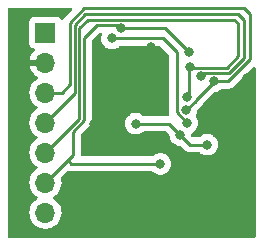
<source format=gbr>
%TF.GenerationSoftware,KiCad,Pcbnew,(6.0.6-0)*%
%TF.CreationDate,2022-08-17T23:57:47-07:00*%
%TF.ProjectId,invensense_icm,696e7665-6e73-4656-9e73-655f69636d2e,rev?*%
%TF.SameCoordinates,Original*%
%TF.FileFunction,Copper,L2,Bot*%
%TF.FilePolarity,Positive*%
%FSLAX46Y46*%
G04 Gerber Fmt 4.6, Leading zero omitted, Abs format (unit mm)*
G04 Created by KiCad (PCBNEW (6.0.6-0)) date 2022-08-17 23:57:47*
%MOMM*%
%LPD*%
G01*
G04 APERTURE LIST*
%TA.AperFunction,ComponentPad*%
%ADD10R,1.700000X1.700000*%
%TD*%
%TA.AperFunction,ComponentPad*%
%ADD11O,1.700000X1.700000*%
%TD*%
%TA.AperFunction,ViaPad*%
%ADD12C,0.800000*%
%TD*%
%TA.AperFunction,Conductor*%
%ADD13C,0.250000*%
%TD*%
G04 APERTURE END LIST*
D10*
%TO.P,J1,1,Pin_1*%
%TO.N,+3V3*%
X103200200Y-102625000D03*
D11*
%TO.P,J1,2,Pin_2*%
%TO.N,GND*%
X103200200Y-105165000D03*
%TO.P,J1,3,Pin_3*%
%TO.N,/SCL*%
X103200200Y-107705000D03*
%TO.P,J1,4,Pin_4*%
%TO.N,/SDA*%
X103200200Y-110245000D03*
%TO.P,J1,5,Pin_5*%
%TO.N,/SDO*%
X103200200Y-112785000D03*
%TO.P,J1,6,Pin_6*%
%TO.N,/~{CS}*%
X103200200Y-115325000D03*
%TO.P,J1,7,Pin_7*%
%TO.N,/INT*%
X103200200Y-117865000D03*
%TD*%
D12*
%TO.N,GND*%
X120243600Y-106476800D03*
X117500400Y-108813600D03*
X112826800Y-116433600D03*
X118414800Y-112115600D03*
X120243600Y-112877600D03*
X115620800Y-118059200D03*
X117348000Y-118059200D03*
X108356400Y-105359200D03*
X107340400Y-110337600D03*
X111353600Y-118770400D03*
X112141000Y-103886000D03*
%TO.N,+3V3*%
X114604800Y-111302800D03*
X116890800Y-112115600D03*
X110845600Y-110337600D03*
%TO.N,/~{CS}*%
X109601000Y-102223700D03*
X112928400Y-113741200D03*
X115355500Y-104267000D03*
%TO.N,/SCL*%
X117500400Y-106730800D03*
X115112800Y-109220000D03*
%TO.N,/SDA*%
X116332000Y-106299000D03*
%TO.N,/SDO*%
X115214400Y-108102400D03*
X115443000Y-105537000D03*
%TO.N,/INT*%
X108839000Y-103124000D03*
X115214400Y-110286800D03*
%TD*%
D13*
%TO.N,+3V3*%
X113639600Y-110337600D02*
X114604800Y-111302800D01*
X110845600Y-110337600D02*
X113639600Y-110337600D01*
X115417600Y-112115600D02*
X114604800Y-111302800D01*
X116890800Y-112115600D02*
X115417600Y-112115600D01*
%TO.N,/~{CS}*%
X113312200Y-102223700D02*
X115355500Y-104267000D01*
X109601000Y-102223700D02*
X113312200Y-102223700D01*
X107569000Y-101981000D02*
X106483000Y-103067000D01*
X106483000Y-103067000D02*
X106483000Y-110067886D01*
X106483000Y-110067886D02*
X105537000Y-111013886D01*
X105537000Y-112988200D02*
X105071600Y-113453600D01*
X105359200Y-113741200D02*
X105071600Y-113453600D01*
X105537000Y-111013886D02*
X105537000Y-112988200D01*
X109358300Y-101981000D02*
X107569000Y-101981000D01*
X109601000Y-102223700D02*
X109358300Y-101981000D01*
X103200200Y-115325000D02*
X105071600Y-113453600D01*
X112928400Y-113741200D02*
X105359200Y-113741200D01*
%TO.N,/SCL*%
X115112800Y-109220000D02*
X115122105Y-109220000D01*
X103200200Y-107705000D02*
X104588200Y-107705000D01*
X106476800Y-100584000D02*
X120015000Y-100584000D01*
X117500400Y-106781600D02*
X117500400Y-106730800D01*
X115122105Y-109220000D02*
X115939400Y-108402705D01*
X120523000Y-104902000D02*
X118694200Y-106730800D01*
X105283000Y-107010200D02*
X105283000Y-101777800D01*
X120015000Y-100584000D02*
X120523000Y-101092000D01*
X120523000Y-101092000D02*
X120523000Y-104902000D01*
X118694200Y-106730800D02*
X117500400Y-106730800D01*
X104588200Y-107705000D02*
X105283000Y-107010200D01*
X115939400Y-108342600D02*
X117500400Y-106781600D01*
X105283000Y-101777800D02*
X106476800Y-100584000D01*
X115939400Y-108402705D02*
X115939400Y-108342600D01*
%TO.N,/SDA*%
X105683000Y-107762200D02*
X103200200Y-110245000D01*
X119507000Y-101092000D02*
X106578400Y-101092000D01*
X116575200Y-106055800D02*
X118734200Y-106055800D01*
X120015000Y-101600000D02*
X119507000Y-101092000D01*
X116332000Y-106299000D02*
X116575200Y-106055800D01*
X106578400Y-101092000D02*
X105683000Y-101987400D01*
X120015000Y-104775000D02*
X120015000Y-101600000D01*
X105683000Y-101987400D02*
X105683000Y-107762200D01*
X118734200Y-106055800D02*
X120015000Y-104775000D01*
%TO.N,/SDO*%
X106781600Y-101549200D02*
X106083000Y-102247800D01*
X115443000Y-105537000D02*
X115316000Y-105664000D01*
X115519200Y-105613200D02*
X118541800Y-105613200D01*
X119202200Y-101549200D02*
X106781600Y-101549200D01*
X115443000Y-105537000D02*
X115519200Y-105613200D01*
X119507000Y-104648000D02*
X119507000Y-101854000D01*
X118541800Y-105613200D02*
X119507000Y-104648000D01*
X115316000Y-105664000D02*
X115316000Y-108000800D01*
X119507000Y-101854000D02*
X119202200Y-101549200D01*
X115316000Y-108000800D02*
X115214400Y-108102400D01*
X106083000Y-109902200D02*
X103200200Y-112785000D01*
X106083000Y-102247800D02*
X106083000Y-109902200D01*
%TO.N,/INT*%
X108839000Y-103124000D02*
X113157000Y-103124000D01*
X114300000Y-104267000D02*
X114300000Y-109372400D01*
X113157000Y-103124000D02*
X114300000Y-104267000D01*
X114300000Y-109372400D02*
X115214400Y-110286800D01*
%TD*%
%TA.AperFunction,Conductor*%
%TO.N,GND*%
G36*
X105420326Y-100528502D02*
G01*
X105466819Y-100582158D01*
X105476923Y-100652432D01*
X105447429Y-100717012D01*
X105441300Y-100723596D01*
X104890742Y-101274153D01*
X104882463Y-101281687D01*
X104875982Y-101285800D01*
X104839749Y-101324385D01*
X104829357Y-101335451D01*
X104826602Y-101338293D01*
X104806865Y-101358030D01*
X104804385Y-101361227D01*
X104796682Y-101370247D01*
X104766414Y-101402479D01*
X104762595Y-101409425D01*
X104762593Y-101409428D01*
X104756652Y-101420234D01*
X104745801Y-101436753D01*
X104733386Y-101452759D01*
X104730241Y-101460028D01*
X104730238Y-101460032D01*
X104715826Y-101493337D01*
X104710605Y-101503995D01*
X104708228Y-101508319D01*
X104657884Y-101558379D01*
X104588467Y-101573274D01*
X104522018Y-101548275D01*
X104496986Y-101523186D01*
X104418842Y-101418919D01*
X104413461Y-101411739D01*
X104296905Y-101324385D01*
X104160516Y-101273255D01*
X104098334Y-101266500D01*
X102302066Y-101266500D01*
X102239884Y-101273255D01*
X102103495Y-101324385D01*
X101986939Y-101411739D01*
X101899585Y-101528295D01*
X101848455Y-101664684D01*
X101841700Y-101726866D01*
X101841700Y-103523134D01*
X101848455Y-103585316D01*
X101899585Y-103721705D01*
X101986939Y-103838261D01*
X102103495Y-103925615D01*
X102111904Y-103928767D01*
X102111905Y-103928768D01*
X102221160Y-103969726D01*
X102277925Y-104012367D01*
X102302625Y-104078929D01*
X102287418Y-104148278D01*
X102268025Y-104174759D01*
X102144790Y-104303717D01*
X102138304Y-104311727D01*
X102018298Y-104487649D01*
X102013200Y-104496623D01*
X101923538Y-104689783D01*
X101919975Y-104699470D01*
X101864589Y-104899183D01*
X101866112Y-104907607D01*
X101878492Y-104911000D01*
X103328200Y-104911000D01*
X103396321Y-104931002D01*
X103442814Y-104984658D01*
X103454200Y-105037000D01*
X103454200Y-105293000D01*
X103434198Y-105361121D01*
X103380542Y-105407614D01*
X103328200Y-105419000D01*
X101883425Y-105419000D01*
X101869894Y-105422973D01*
X101868457Y-105432966D01*
X101898765Y-105567446D01*
X101901845Y-105577275D01*
X101981970Y-105774603D01*
X101986613Y-105783794D01*
X102097894Y-105965388D01*
X102103977Y-105973699D01*
X102243413Y-106134667D01*
X102250780Y-106141883D01*
X102414634Y-106277916D01*
X102423081Y-106283831D01*
X102492169Y-106324203D01*
X102540893Y-106375842D01*
X102553964Y-106445625D01*
X102527233Y-106511396D01*
X102486784Y-106544752D01*
X102473807Y-106551507D01*
X102469674Y-106554610D01*
X102469671Y-106554612D01*
X102445447Y-106572800D01*
X102295165Y-106685635D01*
X102140829Y-106847138D01*
X102014943Y-107031680D01*
X102012764Y-107036375D01*
X101936380Y-107200931D01*
X101920888Y-107234305D01*
X101861189Y-107449570D01*
X101837451Y-107671695D01*
X101850310Y-107894715D01*
X101851447Y-107899761D01*
X101851448Y-107899767D01*
X101875504Y-108006508D01*
X101899422Y-108112639D01*
X101983466Y-108319616D01*
X102100187Y-108510088D01*
X102246450Y-108678938D01*
X102418326Y-108821632D01*
X102424564Y-108825277D01*
X102491645Y-108864476D01*
X102540369Y-108916114D01*
X102553440Y-108985897D01*
X102526709Y-109051669D01*
X102486255Y-109085027D01*
X102473807Y-109091507D01*
X102469674Y-109094610D01*
X102469671Y-109094612D01*
X102312667Y-109212494D01*
X102295165Y-109225635D01*
X102140829Y-109387138D01*
X102137915Y-109391410D01*
X102137914Y-109391411D01*
X102088145Y-109464370D01*
X102014943Y-109571680D01*
X101976335Y-109654855D01*
X101955062Y-109700684D01*
X101920888Y-109774305D01*
X101861189Y-109989570D01*
X101837451Y-110211695D01*
X101837748Y-110216848D01*
X101837748Y-110216851D01*
X101848823Y-110408933D01*
X101850310Y-110434715D01*
X101851447Y-110439761D01*
X101851448Y-110439767D01*
X101871227Y-110527528D01*
X101899422Y-110652639D01*
X101983466Y-110859616D01*
X102035142Y-110943944D01*
X102081961Y-111020345D01*
X102100187Y-111050088D01*
X102246450Y-111218938D01*
X102418326Y-111361632D01*
X102488795Y-111402811D01*
X102491645Y-111404476D01*
X102540369Y-111456114D01*
X102553440Y-111525897D01*
X102526709Y-111591669D01*
X102486255Y-111625027D01*
X102473807Y-111631507D01*
X102469674Y-111634610D01*
X102469671Y-111634612D01*
X102299300Y-111762530D01*
X102295165Y-111765635D01*
X102140829Y-111927138D01*
X102137915Y-111931410D01*
X102137914Y-111931411D01*
X102100984Y-111985549D01*
X102014943Y-112111680D01*
X102012764Y-112116375D01*
X101928009Y-112298965D01*
X101920888Y-112314305D01*
X101861189Y-112529570D01*
X101837451Y-112751695D01*
X101837748Y-112756848D01*
X101837748Y-112756851D01*
X101843211Y-112851590D01*
X101850310Y-112974715D01*
X101851447Y-112979761D01*
X101851448Y-112979767D01*
X101863680Y-113034042D01*
X101899422Y-113192639D01*
X101983466Y-113399616D01*
X101986165Y-113404020D01*
X102076401Y-113551272D01*
X102100187Y-113590088D01*
X102246450Y-113758938D01*
X102418326Y-113901632D01*
X102468803Y-113931128D01*
X102491645Y-113944476D01*
X102540369Y-113996114D01*
X102553440Y-114065897D01*
X102526709Y-114131669D01*
X102486255Y-114165027D01*
X102473807Y-114171507D01*
X102469674Y-114174610D01*
X102469671Y-114174612D01*
X102299300Y-114302530D01*
X102295165Y-114305635D01*
X102256236Y-114346372D01*
X102210051Y-114394702D01*
X102140829Y-114467138D01*
X102014943Y-114651680D01*
X101920888Y-114854305D01*
X101861189Y-115069570D01*
X101837451Y-115291695D01*
X101837748Y-115296848D01*
X101837748Y-115296851D01*
X101843211Y-115391590D01*
X101850310Y-115514715D01*
X101851447Y-115519761D01*
X101851448Y-115519767D01*
X101871319Y-115607939D01*
X101899422Y-115732639D01*
X101983466Y-115939616D01*
X102100187Y-116130088D01*
X102246450Y-116298938D01*
X102418326Y-116441632D01*
X102488795Y-116482811D01*
X102491645Y-116484476D01*
X102540369Y-116536114D01*
X102553440Y-116605897D01*
X102526709Y-116671669D01*
X102486255Y-116705027D01*
X102473807Y-116711507D01*
X102469674Y-116714610D01*
X102469671Y-116714612D01*
X102445447Y-116732800D01*
X102295165Y-116845635D01*
X102140829Y-117007138D01*
X102014943Y-117191680D01*
X101920888Y-117394305D01*
X101861189Y-117609570D01*
X101837451Y-117831695D01*
X101837748Y-117836848D01*
X101837748Y-117836851D01*
X101843211Y-117931590D01*
X101850310Y-118054715D01*
X101851447Y-118059761D01*
X101851448Y-118059767D01*
X101871319Y-118147939D01*
X101899422Y-118272639D01*
X101983466Y-118479616D01*
X102100187Y-118670088D01*
X102246450Y-118838938D01*
X102418326Y-118981632D01*
X102611200Y-119094338D01*
X102819892Y-119174030D01*
X102824960Y-119175061D01*
X102824963Y-119175062D01*
X102932217Y-119196883D01*
X103038797Y-119218567D01*
X103043972Y-119218757D01*
X103043974Y-119218757D01*
X103256873Y-119226564D01*
X103256877Y-119226564D01*
X103262037Y-119226753D01*
X103267157Y-119226097D01*
X103267159Y-119226097D01*
X103478488Y-119199025D01*
X103478489Y-119199025D01*
X103483616Y-119198368D01*
X103488566Y-119196883D01*
X103692629Y-119135661D01*
X103692634Y-119135659D01*
X103697584Y-119134174D01*
X103898194Y-119035896D01*
X104080060Y-118906173D01*
X104238296Y-118748489D01*
X104297794Y-118665689D01*
X104365635Y-118571277D01*
X104368653Y-118567077D01*
X104467630Y-118366811D01*
X104532570Y-118153069D01*
X104561729Y-117931590D01*
X104563356Y-117865000D01*
X104545052Y-117642361D01*
X104490631Y-117425702D01*
X104401554Y-117220840D01*
X104280214Y-117033277D01*
X104129870Y-116868051D01*
X104125819Y-116864852D01*
X104125815Y-116864848D01*
X103958614Y-116732800D01*
X103958610Y-116732798D01*
X103954559Y-116729598D01*
X103913253Y-116706796D01*
X103863284Y-116656364D01*
X103848512Y-116586921D01*
X103873628Y-116520516D01*
X103900980Y-116493909D01*
X103944803Y-116462650D01*
X104080060Y-116366173D01*
X104238296Y-116208489D01*
X104297794Y-116125689D01*
X104365635Y-116031277D01*
X104368653Y-116027077D01*
X104467630Y-115826811D01*
X104532570Y-115613069D01*
X104561729Y-115391590D01*
X104563356Y-115325000D01*
X104545052Y-115102361D01*
X104517021Y-114990765D01*
X104519825Y-114919823D01*
X104550130Y-114870974D01*
X105040706Y-114380398D01*
X105103018Y-114346372D01*
X105165184Y-114352421D01*
X105166171Y-114349022D01*
X105173781Y-114351233D01*
X105181055Y-114354381D01*
X105188878Y-114355620D01*
X105188888Y-114355623D01*
X105224724Y-114361299D01*
X105236344Y-114363705D01*
X105271489Y-114372728D01*
X105279170Y-114374700D01*
X105299424Y-114374700D01*
X105319134Y-114376251D01*
X105339143Y-114379420D01*
X105347035Y-114378674D01*
X105383161Y-114375259D01*
X105395019Y-114374700D01*
X112220200Y-114374700D01*
X112288321Y-114394702D01*
X112307547Y-114411043D01*
X112307820Y-114410740D01*
X112312732Y-114415163D01*
X112317147Y-114420066D01*
X112471648Y-114532318D01*
X112477676Y-114535002D01*
X112477678Y-114535003D01*
X112640081Y-114607309D01*
X112646112Y-114609994D01*
X112739512Y-114629847D01*
X112826456Y-114648328D01*
X112826461Y-114648328D01*
X112832913Y-114649700D01*
X113023887Y-114649700D01*
X113030339Y-114648328D01*
X113030344Y-114648328D01*
X113117288Y-114629847D01*
X113210688Y-114609994D01*
X113216719Y-114607309D01*
X113379122Y-114535003D01*
X113379124Y-114535002D01*
X113385152Y-114532318D01*
X113539653Y-114420066D01*
X113576251Y-114379420D01*
X113663021Y-114283052D01*
X113663022Y-114283051D01*
X113667440Y-114278144D01*
X113762927Y-114112756D01*
X113821942Y-113931128D01*
X113825390Y-113898327D01*
X113841214Y-113747765D01*
X113841904Y-113741200D01*
X113826022Y-113590088D01*
X113822632Y-113557835D01*
X113822632Y-113557833D01*
X113821942Y-113551272D01*
X113762927Y-113369644D01*
X113667440Y-113204256D01*
X113661290Y-113197425D01*
X113544075Y-113067245D01*
X113544074Y-113067244D01*
X113539653Y-113062334D01*
X113403352Y-112963305D01*
X113390494Y-112953963D01*
X113390493Y-112953962D01*
X113385152Y-112950082D01*
X113379124Y-112947398D01*
X113379122Y-112947397D01*
X113216719Y-112875091D01*
X113216718Y-112875091D01*
X113210688Y-112872406D01*
X113112757Y-112851590D01*
X113030344Y-112834072D01*
X113030339Y-112834072D01*
X113023887Y-112832700D01*
X112832913Y-112832700D01*
X112826461Y-112834072D01*
X112826456Y-112834072D01*
X112744043Y-112851590D01*
X112646112Y-112872406D01*
X112640082Y-112875091D01*
X112640081Y-112875091D01*
X112477678Y-112947397D01*
X112477676Y-112947398D01*
X112471648Y-112950082D01*
X112466307Y-112953962D01*
X112466306Y-112953963D01*
X112453448Y-112963305D01*
X112317147Y-113062334D01*
X112312732Y-113067237D01*
X112307820Y-113071660D01*
X112306695Y-113070411D01*
X112253386Y-113103251D01*
X112220200Y-113107700D01*
X106299272Y-113107700D01*
X106231151Y-113087698D01*
X106184658Y-113034042D01*
X106173831Y-112993560D01*
X106171059Y-112964241D01*
X106170500Y-112952381D01*
X106170500Y-111328481D01*
X106190502Y-111260360D01*
X106207405Y-111239385D01*
X106875258Y-110571533D01*
X106883537Y-110563999D01*
X106890018Y-110559886D01*
X106936644Y-110510234D01*
X106939398Y-110507393D01*
X106959135Y-110487656D01*
X106961615Y-110484459D01*
X106969320Y-110475437D01*
X106994159Y-110448986D01*
X106999586Y-110443207D01*
X107003405Y-110436261D01*
X107003407Y-110436258D01*
X107009348Y-110425452D01*
X107020199Y-110408933D01*
X107027758Y-110399187D01*
X107032614Y-110392927D01*
X107035759Y-110385658D01*
X107035762Y-110385654D01*
X107050174Y-110352349D01*
X107055391Y-110341699D01*
X107076695Y-110302946D01*
X107081733Y-110283323D01*
X107088137Y-110264620D01*
X107093033Y-110253306D01*
X107093033Y-110253305D01*
X107096181Y-110246031D01*
X107097420Y-110238208D01*
X107097423Y-110238198D01*
X107103099Y-110202362D01*
X107105505Y-110190742D01*
X107114528Y-110155597D01*
X107114528Y-110155596D01*
X107116500Y-110147916D01*
X107116500Y-110127662D01*
X107118051Y-110107951D01*
X107119980Y-110095772D01*
X107121220Y-110087943D01*
X107117059Y-110043924D01*
X107116500Y-110032067D01*
X107116500Y-103381595D01*
X107136502Y-103313474D01*
X107153405Y-103292499D01*
X107783056Y-102662849D01*
X107845368Y-102628824D01*
X107916184Y-102633889D01*
X107973019Y-102676436D01*
X107997830Y-102742956D01*
X107991984Y-102790881D01*
X107945458Y-102934072D01*
X107925496Y-103124000D01*
X107945458Y-103313928D01*
X108004473Y-103495556D01*
X108099960Y-103660944D01*
X108227747Y-103802866D01*
X108266587Y-103831085D01*
X108363820Y-103901729D01*
X108382248Y-103915118D01*
X108388276Y-103917802D01*
X108388278Y-103917803D01*
X108504900Y-103969726D01*
X108556712Y-103992794D01*
X108648795Y-104012367D01*
X108737056Y-104031128D01*
X108737061Y-104031128D01*
X108743513Y-104032500D01*
X108934487Y-104032500D01*
X108940939Y-104031128D01*
X108940944Y-104031128D01*
X109029205Y-104012367D01*
X109121288Y-103992794D01*
X109173100Y-103969726D01*
X109289722Y-103917803D01*
X109289724Y-103917802D01*
X109295752Y-103915118D01*
X109314181Y-103901729D01*
X109437011Y-103812487D01*
X109450253Y-103802866D01*
X109454668Y-103797963D01*
X109459580Y-103793540D01*
X109460705Y-103794789D01*
X109514014Y-103761949D01*
X109547200Y-103757500D01*
X112842405Y-103757500D01*
X112910526Y-103777502D01*
X112931501Y-103794405D01*
X113629596Y-104492501D01*
X113663621Y-104554813D01*
X113666500Y-104581596D01*
X113666500Y-109293633D01*
X113665973Y-109304816D01*
X113664298Y-109312309D01*
X113664547Y-109320235D01*
X113664547Y-109320236D01*
X113666438Y-109380386D01*
X113666500Y-109384345D01*
X113666500Y-109412256D01*
X113666997Y-109416190D01*
X113666997Y-109416191D01*
X113667005Y-109416256D01*
X113667938Y-109428093D01*
X113669327Y-109472289D01*
X113674978Y-109491739D01*
X113678987Y-109511100D01*
X113681526Y-109531197D01*
X113684444Y-109538567D01*
X113686416Y-109546248D01*
X113683156Y-109547085D01*
X113688191Y-109602517D01*
X113655367Y-109665470D01*
X113593719Y-109700684D01*
X113564579Y-109704100D01*
X111553800Y-109704100D01*
X111485679Y-109684098D01*
X111466453Y-109667757D01*
X111466180Y-109668060D01*
X111461268Y-109663637D01*
X111456853Y-109658734D01*
X111411789Y-109625993D01*
X111307694Y-109550363D01*
X111307693Y-109550362D01*
X111302352Y-109546482D01*
X111296324Y-109543798D01*
X111296322Y-109543797D01*
X111133919Y-109471491D01*
X111133918Y-109471491D01*
X111127888Y-109468806D01*
X111034488Y-109448953D01*
X110947544Y-109430472D01*
X110947539Y-109430472D01*
X110941087Y-109429100D01*
X110750113Y-109429100D01*
X110743661Y-109430472D01*
X110743656Y-109430472D01*
X110656712Y-109448953D01*
X110563312Y-109468806D01*
X110557282Y-109471491D01*
X110557281Y-109471491D01*
X110394878Y-109543797D01*
X110394876Y-109543798D01*
X110388848Y-109546482D01*
X110383507Y-109550362D01*
X110383506Y-109550363D01*
X110354166Y-109571680D01*
X110234347Y-109658734D01*
X110229926Y-109663644D01*
X110229925Y-109663645D01*
X110130287Y-109774305D01*
X110106560Y-109800656D01*
X110011073Y-109966044D01*
X109952058Y-110147672D01*
X109951368Y-110154233D01*
X109951368Y-110154235D01*
X109939766Y-110264620D01*
X109932096Y-110337600D01*
X109932786Y-110344165D01*
X109947379Y-110483006D01*
X109952058Y-110527528D01*
X110011073Y-110709156D01*
X110106560Y-110874544D01*
X110110978Y-110879451D01*
X110110979Y-110879452D01*
X110192103Y-110969549D01*
X110234347Y-111016466D01*
X110274569Y-111045689D01*
X110380067Y-111122338D01*
X110388848Y-111128718D01*
X110394876Y-111131402D01*
X110394878Y-111131403D01*
X110557281Y-111203709D01*
X110563312Y-111206394D01*
X110656713Y-111226247D01*
X110743656Y-111244728D01*
X110743661Y-111244728D01*
X110750113Y-111246100D01*
X110941087Y-111246100D01*
X110947539Y-111244728D01*
X110947544Y-111244728D01*
X111034487Y-111226247D01*
X111127888Y-111206394D01*
X111133919Y-111203709D01*
X111296322Y-111131403D01*
X111296324Y-111131402D01*
X111302352Y-111128718D01*
X111311134Y-111122338D01*
X111435271Y-111032146D01*
X111456853Y-111016466D01*
X111461268Y-111011563D01*
X111466180Y-111007140D01*
X111467305Y-111008389D01*
X111520614Y-110975549D01*
X111553800Y-110971100D01*
X113325006Y-110971100D01*
X113393127Y-110991102D01*
X113414101Y-111008005D01*
X113657678Y-111251582D01*
X113691704Y-111313894D01*
X113693892Y-111327503D01*
X113711258Y-111492728D01*
X113770273Y-111674356D01*
X113865760Y-111839744D01*
X113993547Y-111981666D01*
X114148048Y-112093918D01*
X114154076Y-112096602D01*
X114154078Y-112096603D01*
X114304867Y-112163738D01*
X114322512Y-112171594D01*
X114415913Y-112191447D01*
X114502856Y-112209928D01*
X114502861Y-112209928D01*
X114509313Y-112211300D01*
X114565205Y-112211300D01*
X114633326Y-112231302D01*
X114654300Y-112248205D01*
X114913948Y-112507853D01*
X114921488Y-112516139D01*
X114925600Y-112522618D01*
X114931377Y-112528043D01*
X114975251Y-112569243D01*
X114978093Y-112571998D01*
X114997830Y-112591735D01*
X115001027Y-112594215D01*
X115010047Y-112601918D01*
X115042279Y-112632186D01*
X115049225Y-112636005D01*
X115049228Y-112636007D01*
X115060034Y-112641948D01*
X115076553Y-112652799D01*
X115092559Y-112665214D01*
X115099828Y-112668359D01*
X115099832Y-112668362D01*
X115133137Y-112682774D01*
X115143787Y-112687991D01*
X115182540Y-112709295D01*
X115190215Y-112711266D01*
X115190216Y-112711266D01*
X115202162Y-112714333D01*
X115220867Y-112720737D01*
X115239455Y-112728781D01*
X115247278Y-112730020D01*
X115247288Y-112730023D01*
X115283124Y-112735699D01*
X115294744Y-112738105D01*
X115329889Y-112747128D01*
X115337570Y-112749100D01*
X115357824Y-112749100D01*
X115377534Y-112750651D01*
X115397543Y-112753820D01*
X115405435Y-112753074D01*
X115441561Y-112749659D01*
X115453419Y-112749100D01*
X116182600Y-112749100D01*
X116250721Y-112769102D01*
X116269947Y-112785443D01*
X116270220Y-112785140D01*
X116275132Y-112789563D01*
X116279547Y-112794466D01*
X116301129Y-112810146D01*
X116405867Y-112886243D01*
X116434048Y-112906718D01*
X116440076Y-112909402D01*
X116440078Y-112909403D01*
X116602481Y-112981709D01*
X116608512Y-112984394D01*
X116701912Y-113004247D01*
X116788856Y-113022728D01*
X116788861Y-113022728D01*
X116795313Y-113024100D01*
X116986287Y-113024100D01*
X116992739Y-113022728D01*
X116992744Y-113022728D01*
X117079687Y-113004247D01*
X117173088Y-112984394D01*
X117179119Y-112981709D01*
X117341522Y-112909403D01*
X117341524Y-112909402D01*
X117347552Y-112906718D01*
X117502053Y-112794466D01*
X117510576Y-112785000D01*
X117625421Y-112657452D01*
X117625422Y-112657451D01*
X117629840Y-112652544D01*
X117725327Y-112487156D01*
X117784342Y-112305528D01*
X117792144Y-112231302D01*
X117803614Y-112122165D01*
X117804304Y-112115600D01*
X117784342Y-111925672D01*
X117725327Y-111744044D01*
X117629840Y-111578656D01*
X117502053Y-111436734D01*
X117398684Y-111361632D01*
X117352894Y-111328363D01*
X117352893Y-111328362D01*
X117347552Y-111324482D01*
X117341524Y-111321798D01*
X117341522Y-111321797D01*
X117179119Y-111249491D01*
X117179118Y-111249491D01*
X117173088Y-111246806D01*
X117057515Y-111222240D01*
X116992744Y-111208472D01*
X116992739Y-111208472D01*
X116986287Y-111207100D01*
X116795313Y-111207100D01*
X116788861Y-111208472D01*
X116788856Y-111208472D01*
X116724085Y-111222240D01*
X116608512Y-111246806D01*
X116602482Y-111249491D01*
X116602481Y-111249491D01*
X116440078Y-111321797D01*
X116440076Y-111321798D01*
X116434048Y-111324482D01*
X116428707Y-111328362D01*
X116428706Y-111328363D01*
X116379323Y-111364242D01*
X116279547Y-111436734D01*
X116275132Y-111441637D01*
X116270220Y-111446060D01*
X116269095Y-111444811D01*
X116215786Y-111477651D01*
X116182600Y-111482100D01*
X115732194Y-111482100D01*
X115664073Y-111462098D01*
X115643099Y-111445195D01*
X115551922Y-111354018D01*
X115517896Y-111291706D01*
X115515707Y-111278091D01*
X115512127Y-111244022D01*
X115524900Y-111174184D01*
X115573404Y-111122338D01*
X115586188Y-111115748D01*
X115665114Y-111080607D01*
X115665119Y-111080604D01*
X115671152Y-111077918D01*
X115825653Y-110965666D01*
X115830075Y-110960755D01*
X115949021Y-110828652D01*
X115949022Y-110828651D01*
X115953440Y-110823744D01*
X116048927Y-110658356D01*
X116107942Y-110476728D01*
X116115068Y-110408933D01*
X116127214Y-110293365D01*
X116127904Y-110286800D01*
X116113281Y-110147672D01*
X116108632Y-110103435D01*
X116108632Y-110103433D01*
X116107942Y-110096872D01*
X116048927Y-109915244D01*
X115982770Y-109800656D01*
X115956742Y-109755575D01*
X115956741Y-109755574D01*
X115953440Y-109749856D01*
X115949021Y-109744948D01*
X115946826Y-109741927D01*
X115922967Y-109675059D01*
X115939641Y-109604869D01*
X115944023Y-109597279D01*
X115944024Y-109597278D01*
X115947327Y-109591556D01*
X116006342Y-109409928D01*
X116022614Y-109255104D01*
X116049627Y-109189448D01*
X116058829Y-109179180D01*
X116331647Y-108906362D01*
X116339937Y-108898818D01*
X116346418Y-108894705D01*
X116393059Y-108845037D01*
X116395813Y-108842196D01*
X116415535Y-108822474D01*
X116418012Y-108819281D01*
X116425717Y-108810260D01*
X116450559Y-108783805D01*
X116455986Y-108778026D01*
X116459807Y-108771076D01*
X116465746Y-108760273D01*
X116476602Y-108743746D01*
X116484157Y-108734007D01*
X116484158Y-108734005D01*
X116489014Y-108727745D01*
X116506574Y-108687165D01*
X116511793Y-108676513D01*
X116515860Y-108669116D01*
X116537177Y-108640727D01*
X117501699Y-107676205D01*
X117564011Y-107642179D01*
X117582737Y-107640166D01*
X117582718Y-107639990D01*
X117589285Y-107639300D01*
X117595887Y-107639300D01*
X117602339Y-107637928D01*
X117602344Y-107637928D01*
X117689287Y-107619447D01*
X117782688Y-107599594D01*
X117788719Y-107596909D01*
X117951122Y-107524603D01*
X117951124Y-107524602D01*
X117957152Y-107521918D01*
X118111653Y-107409666D01*
X118116068Y-107404763D01*
X118120980Y-107400340D01*
X118122105Y-107401589D01*
X118175414Y-107368749D01*
X118208600Y-107364300D01*
X118615433Y-107364300D01*
X118626616Y-107364827D01*
X118634109Y-107366502D01*
X118642035Y-107366253D01*
X118642036Y-107366253D01*
X118702186Y-107364362D01*
X118706145Y-107364300D01*
X118734056Y-107364300D01*
X118737991Y-107363803D01*
X118738056Y-107363795D01*
X118749893Y-107362862D01*
X118782151Y-107361848D01*
X118786170Y-107361722D01*
X118794089Y-107361473D01*
X118813543Y-107355821D01*
X118832900Y-107351813D01*
X118845130Y-107350268D01*
X118845131Y-107350268D01*
X118852997Y-107349274D01*
X118860368Y-107346355D01*
X118860370Y-107346355D01*
X118894112Y-107332996D01*
X118905342Y-107329151D01*
X118940183Y-107319029D01*
X118940184Y-107319029D01*
X118947793Y-107316818D01*
X118954612Y-107312785D01*
X118954617Y-107312783D01*
X118965228Y-107306507D01*
X118982976Y-107297812D01*
X119001817Y-107290352D01*
X119037587Y-107264364D01*
X119047507Y-107257848D01*
X119078735Y-107239380D01*
X119078738Y-107239378D01*
X119085562Y-107235342D01*
X119099883Y-107221021D01*
X119114917Y-107208180D01*
X119124894Y-107200931D01*
X119131307Y-107196272D01*
X119159498Y-107162195D01*
X119167488Y-107153416D01*
X120776405Y-105544500D01*
X120838717Y-105510474D01*
X120909533Y-105515539D01*
X120966368Y-105558086D01*
X120991179Y-105624606D01*
X120991500Y-105633595D01*
X120991500Y-119865500D01*
X120971498Y-119933621D01*
X120917842Y-119980114D01*
X120865500Y-119991500D01*
X100134500Y-119991500D01*
X100066379Y-119971498D01*
X100019886Y-119917842D01*
X100008500Y-119865500D01*
X100008500Y-100634500D01*
X100028502Y-100566379D01*
X100082158Y-100519886D01*
X100134500Y-100508500D01*
X105352205Y-100508500D01*
X105420326Y-100528502D01*
G37*
%TD.AperFunction*%
%TD*%
M02*

</source>
